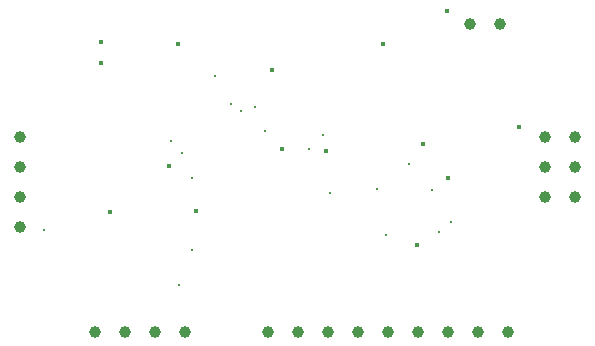
<source format=gbr>
%TF.GenerationSoftware,KiCad,Pcbnew,9.0.6-9.0.6~ubuntu24.04.1*%
%TF.CreationDate,2025-12-02T23:56:07-06:00*%
%TF.ProjectId,mcu_datalogger,6d63755f-6461-4746-916c-6f676765722e,v1*%
%TF.SameCoordinates,Original*%
%TF.FileFunction,Plated,1,2,PTH,Drill*%
%TF.FilePolarity,Positive*%
%FSLAX46Y46*%
G04 Gerber Fmt 4.6, Leading zero omitted, Abs format (unit mm)*
G04 Created by KiCad (PCBNEW 9.0.6-9.0.6~ubuntu24.04.1) date 2025-12-02 23:56:07*
%MOMM*%
%LPD*%
G01*
G04 APERTURE LIST*
%TA.AperFunction,ViaDrill*%
%ADD10C,0.300000*%
%TD*%
%TA.AperFunction,ViaDrill*%
%ADD11C,0.400000*%
%TD*%
%TA.AperFunction,ComponentDrill*%
%ADD12C,1.000000*%
%TD*%
G04 APERTURE END LIST*
D10*
X67438700Y-64382200D03*
X78168900Y-56892200D03*
X78846400Y-69061200D03*
X79110700Y-57863600D03*
X79934300Y-66115400D03*
X79965700Y-60007000D03*
X81907700Y-51349600D03*
X83251500Y-53703300D03*
X84078400Y-54325200D03*
X85320100Y-53984400D03*
X86131900Y-56028300D03*
X89871600Y-57579700D03*
X91052000Y-56364300D03*
X91668800Y-61268500D03*
X95660300Y-60969600D03*
X96379400Y-64800100D03*
X98319200Y-58810800D03*
X100300100Y-60989200D03*
X100904400Y-64610900D03*
X101901400Y-63724000D03*
D11*
X72294300Y-48506300D03*
X72294300Y-50266700D03*
X73024800Y-62853900D03*
X78044600Y-59025100D03*
X78761500Y-48619400D03*
X80260400Y-62783200D03*
X86698500Y-50830300D03*
X87564500Y-57551800D03*
X91289300Y-57697300D03*
X96142900Y-48619400D03*
X99039800Y-65700800D03*
X99547100Y-57160100D03*
X101571600Y-45828000D03*
X101601100Y-60007000D03*
X107643500Y-55700800D03*
D12*
%TO.C,J1*%
X65405000Y-56515000D03*
X65405000Y-59055000D03*
X65405000Y-61595000D03*
X65405000Y-64135000D03*
%TO.C,J2*%
X71755000Y-73025000D03*
X74295000Y-73025000D03*
X76835000Y-73025000D03*
X79375000Y-73025000D03*
%TO.C,J3*%
X86360000Y-73025000D03*
X88900000Y-73025000D03*
X91440000Y-73025000D03*
X93980000Y-73025000D03*
X96520000Y-73025000D03*
X99060000Y-73025000D03*
X101600000Y-73025000D03*
%TO.C,BT1*%
X103505000Y-46990000D03*
%TO.C,J3*%
X104140000Y-73025000D03*
%TO.C,BT1*%
X106045000Y-46990000D03*
%TO.C,J3*%
X106680000Y-73025000D03*
%TO.C,J4*%
X109855000Y-56515000D03*
X109855000Y-59055000D03*
X109855000Y-61595000D03*
X112395000Y-56515000D03*
X112395000Y-59055000D03*
X112395000Y-61595000D03*
M02*

</source>
